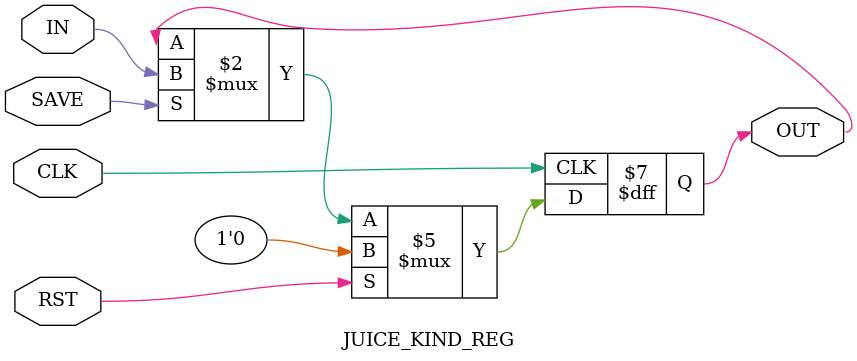
<source format=v>
`timescale 1ns / 1ps
module JUICE_KIND_REG(CLK, IN, SAVE, RST, OUT
    );
	 
input CLK, IN, SAVE, RST;
output reg OUT;

always @(posedge CLK) begin
	if(RST) OUT <= 0;
	else if(SAVE) OUT <= IN;
end

endmodule

</source>
